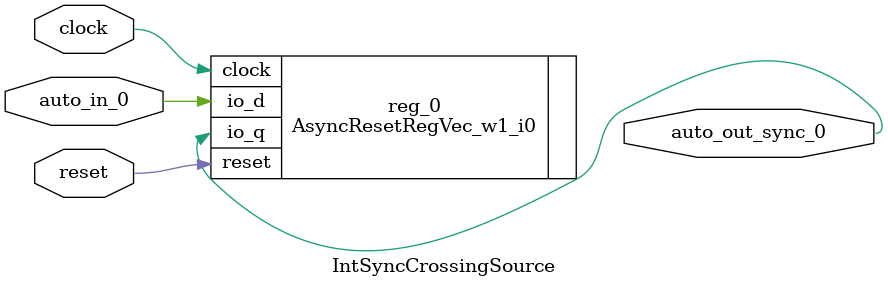
<source format=sv>
`ifndef RANDOMIZE
  `ifdef RANDOMIZE_REG_INIT
    `define RANDOMIZE
  `endif // RANDOMIZE_REG_INIT
`endif // not def RANDOMIZE
`ifndef RANDOMIZE
  `ifdef RANDOMIZE_MEM_INIT
    `define RANDOMIZE
  `endif // RANDOMIZE_MEM_INIT
`endif // not def RANDOMIZE

`ifndef RANDOM
  `define RANDOM $random
`endif // not def RANDOM

// Users can define 'PRINTF_COND' to add an extra gate to prints.
`ifndef PRINTF_COND_
  `ifdef PRINTF_COND
    `define PRINTF_COND_ (`PRINTF_COND)
  `else  // PRINTF_COND
    `define PRINTF_COND_ 1
  `endif // PRINTF_COND
`endif // not def PRINTF_COND_

// Users can define 'ASSERT_VERBOSE_COND' to add an extra gate to assert error printing.
`ifndef ASSERT_VERBOSE_COND_
  `ifdef ASSERT_VERBOSE_COND
    `define ASSERT_VERBOSE_COND_ (`ASSERT_VERBOSE_COND)
  `else  // ASSERT_VERBOSE_COND
    `define ASSERT_VERBOSE_COND_ 1
  `endif // ASSERT_VERBOSE_COND
`endif // not def ASSERT_VERBOSE_COND_

// Users can define 'STOP_COND' to add an extra gate to stop conditions.
`ifndef STOP_COND_
  `ifdef STOP_COND
    `define STOP_COND_ (`STOP_COND)
  `else  // STOP_COND
    `define STOP_COND_ 1
  `endif // STOP_COND
`endif // not def STOP_COND_

// Users can define INIT_RANDOM as general code that gets injected into the
// initializer block for modules with registers.
`ifndef INIT_RANDOM
  `define INIT_RANDOM
`endif // not def INIT_RANDOM

// If using random initialization, you can also define RANDOMIZE_DELAY to
// customize the delay used, otherwise 0.002 is used.
`ifndef RANDOMIZE_DELAY
  `define RANDOMIZE_DELAY 0.002
`endif // not def RANDOMIZE_DELAY

// Define INIT_RANDOM_PROLOG_ for use in our modules below.
`ifndef INIT_RANDOM_PROLOG_
  `ifdef RANDOMIZE
    `ifdef VERILATOR
      `define INIT_RANDOM_PROLOG_ `INIT_RANDOM
    `else  // VERILATOR
      `define INIT_RANDOM_PROLOG_ `INIT_RANDOM #`RANDOMIZE_DELAY begin end
    `endif // VERILATOR
  `else  // RANDOMIZE
    `define INIT_RANDOM_PROLOG_
  `endif // RANDOMIZE
`endif // not def INIT_RANDOM_PROLOG_

module IntSyncCrossingSource(
  input  clock,
         reset,
         auto_in_0,
  output auto_out_sync_0
);

  AsyncResetRegVec_w1_i0 reg_0 (	// @[AsyncResetReg.scala:88:21]
    .clock (clock),
    .reset (reset),
    .io_d  (auto_in_0),
    .io_q  (auto_out_sync_0)
  );
endmodule


</source>
